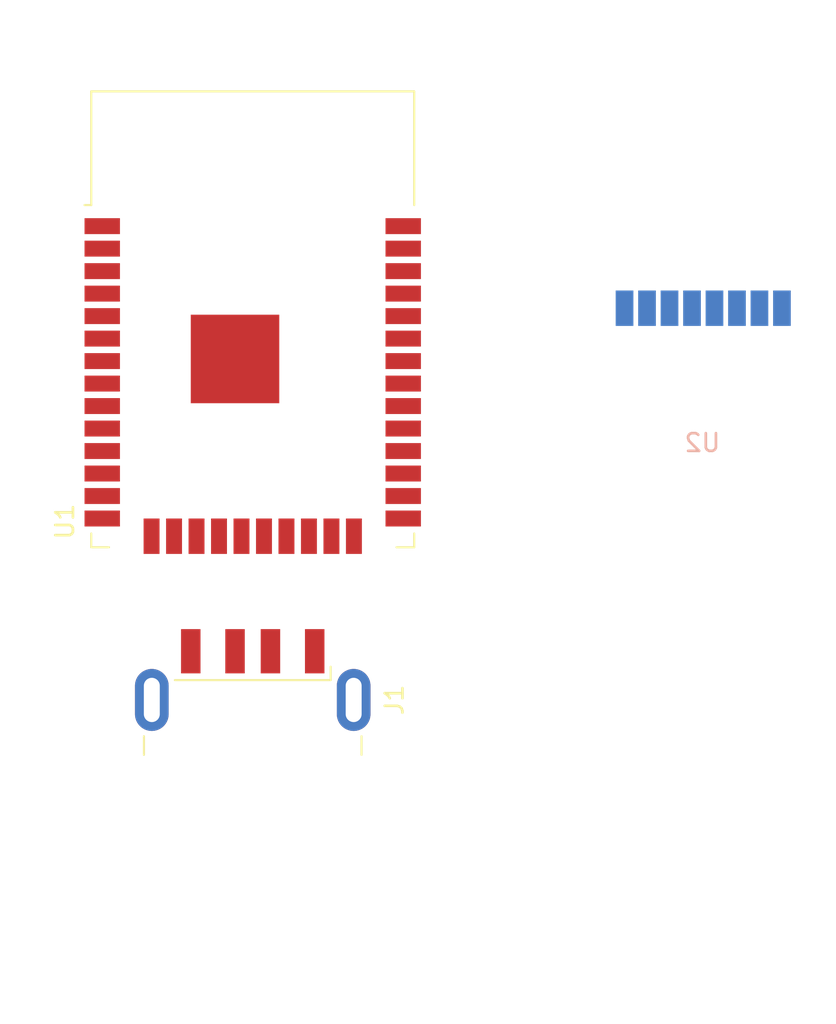
<source format=kicad_pcb>
(kicad_pcb (version 20211014) (generator pcbnew)
  (layers (0 "F.Cu" signal) (31 "B.Cu" signal) (34 "B.Paste" user) (35 "F.Paste" user) (36 "B.SilkS" user "B.Silkscreen") (37 "F.SilkS" user "F.Silkscreen") (38 "B.Mask" user) (39 "F.Mask" user) (44 "Edge.Cuts" user))
  (net 0 "")
  (net 36 "GND")
  (footprint "RF_Module:ESP32-WROOM-32" (layer "F.Cu") (at 132.08 83.82)
    (fp_text reference "U1" (at -10.61 8.43 90) (layer "F.SilkS"))
    (fp_text value "ESP32-WROOM-32")
    (fp_line (start 9.12 -15.865) (end 9.12 -9.445) (layer "F.SilkS") (width 0.12))
    (fp_line (start -9.12 -15.865) (end 9.12 -15.865) (layer "F.SilkS") (width 0.12))
    (fp_line (start -9.12 -9.445) (end -9.5 -9.445) (layer "F.SilkS") (width 0.12))
    (fp_line (start 9.12 9.1) (end 9.12 9.88) (layer "F.SilkS") (width 0.12))
    (fp_line (start 9.12 9.88) (end 8.12 9.88) (layer "F.SilkS") (width 0.12))
    (fp_line (start -9.12 9.88) (end -8.12 9.88) (layer "F.SilkS") (width 0.12))
    (fp_line (start -9.12 -15.865) (end -9.12 -9.445) (layer "F.SilkS") (width 0.12))
    (fp_line (start -9.12 9.1) (end -9.12 9.88) (layer "F.SilkS") (width 0.12))
    (pad "1" smd rect (at -8.5 -8.255) (size 2 0.9) (layers "F.Cu" "F.Paste" "F.Mask") (net 36 "GND"))
    (pad "2" smd rect (at -8.5 -6.985) (size 2 0.9) (layers "F.Cu" "F.Paste" "F.Mask"))
    (pad "3" smd rect (at -8.5 -5.715) (size 2 0.9) (layers "F.Cu" "F.Paste" "F.Mask"))
    (pad "4" smd rect (at -8.5 -4.445) (size 2 0.9) (layers "F.Cu" "F.Paste" "F.Mask"))
    (pad "5" smd rect (at -8.5 -3.175) (size 2 0.9) (layers "F.Cu" "F.Paste" "F.Mask"))
    (pad "6" smd rect (at -8.5 -1.905) (size 2 0.9) (layers "F.Cu" "F.Paste" "F.Mask"))
    (pad "7" smd rect (at -8.5 -0.635) (size 2 0.9) (layers "F.Cu" "F.Paste" "F.Mask"))
    (pad "8" smd rect (at -8.5 0.635) (size 2 0.9) (layers "F.Cu" "F.Paste" "F.Mask"))
    (pad "9" smd rect (at -8.5 1.905) (size 2 0.9) (layers "F.Cu" "F.Paste" "F.Mask"))
    (pad "10" smd rect (at -8.5 3.175) (size 2 0.9) (layers "F.Cu" "F.Paste" "F.Mask"))
    (pad "11" smd rect (at -8.5 4.445) (size 2 0.9) (layers "F.Cu" "F.Paste" "F.Mask"))
    (pad "12" smd rect (at -8.5 5.715) (size 2 0.9) (layers "F.Cu" "F.Paste" "F.Mask"))
    (pad "13" smd rect (at -8.5 6.985) (size 2 0.9) (layers "F.Cu" "F.Paste" "F.Mask"))
    (pad "14" smd rect (at -8.5 8.255) (size 2 0.9) (layers "F.Cu" "F.Paste" "F.Mask"))
    (pad "15" smd rect (at -5.715 9.255 90) (size 2 0.9) (layers "F.Cu" "F.Paste" "F.Mask") (net 36 "GND"))
    (pad "16" smd rect (at -4.445 9.255 90) (size 2 0.9) (layers "F.Cu" "F.Paste" "F.Mask"))
    (pad "17" smd rect (at -3.175 9.255 90) (size 2 0.9) (layers "F.Cu" "F.Paste" "F.Mask"))
    (pad "18" smd rect (at -1.905 9.255 90) (size 2 0.9) (layers "F.Cu" "F.Paste" "F.Mask"))
    (pad "19" smd rect (at -0.635 9.255 90) (size 2 0.9) (layers "F.Cu" "F.Paste" "F.Mask"))
    (pad "20" smd rect (at 0.635 9.255 90) (size 2 0.9) (layers "F.Cu" "F.Paste" "F.Mask"))
    (pad "21" smd rect (at 1.905 9.255 90) (size 2 0.9) (layers "F.Cu" "F.Paste" "F.Mask"))
    (pad "22" smd rect (at 3.175 9.255 90) (size 2 0.9) (layers "F.Cu" "F.Paste" "F.Mask"))
    (pad "23" smd rect (at 4.445 9.255 90) (size 2 0.9) (layers "F.Cu" "F.Paste" "F.Mask"))
    (pad "24" smd rect (at 5.715 9.255 90) (size 2 0.9) (layers "F.Cu" "F.Paste" "F.Mask"))
    (pad "25" smd rect (at 8.5 8.255) (size 2 0.9) (layers "F.Cu" "F.Paste" "F.Mask"))
    (pad "26" smd rect (at 8.5 6.985) (size 2 0.9) (layers "F.Cu" "F.Paste" "F.Mask"))
    (pad "27" smd rect (at 8.5 5.715) (size 2 0.9) (layers "F.Cu" "F.Paste" "F.Mask"))
    (pad "28" smd rect (at 8.5 4.445) (size 2 0.9) (layers "F.Cu" "F.Paste" "F.Mask"))
    (pad "29" smd rect (at 8.5 3.175) (size 2 0.9) (layers "F.Cu" "F.Paste" "F.Mask"))
    (pad "30" smd rect (at 8.5 1.905) (size 2 0.9) (layers "F.Cu" "F.Paste" "F.Mask"))
    (pad "31" smd rect (at 8.5 0.635) (size 2 0.9) (layers "F.Cu" "F.Paste" "F.Mask"))
    (pad "32" smd rect (at 8.5 -0.635) (size 2 0.9) (layers "F.Cu" "F.Paste" "F.Mask"))
    (pad "33" smd rect (at 8.5 -1.905) (size 2 0.9) (layers "F.Cu" "F.Paste" "F.Mask"))
    (pad "34" smd rect (at 8.5 -3.175) (size 2 0.9) (layers "F.Cu" "F.Paste" "F.Mask"))
    (pad "35" smd rect (at 8.5 -4.445) (size 2 0.9) (layers "F.Cu" "F.Paste" "F.Mask"))
    (pad "36" smd rect (at 8.5 -5.715) (size 2 0.9) (layers "F.Cu" "F.Paste" "F.Mask"))
    (pad "37" smd rect (at 8.5 -6.985) (size 2 0.9) (layers "F.Cu" "F.Paste" "F.Mask"))
    (pad "38" smd rect (at 8.5 -8.255) (size 2 0.9) (layers "F.Cu" "F.Paste" "F.Mask") (net 36 "GND"))
    (pad "39" smd rect (at -1 -0.755) (size 5 5) (layers "F.Cu" "F.Paste" "F.Mask") (net 36 "GND"))
  )
  (footprint "Connector_USB:USB_A_CNCTech_1001-011-01101_Horizontal" (layer "F.Cu") (at 132.08 109.22 -90)
    (fp_text reference "J1" (at -6.9 -8 90) (layer "F.SilkS"))
    (fp_text value "USB_A")
    (fp_line (start -4.85 -6.145) (end -3.8 -6.145) (layer "F.SilkS") (width 0.12))
    (fp_line (start -8.02 -4.4) (end -8.775 -4.4) (layer "F.SilkS") (width 0.12))
    (fp_line (start -4.85 6.145) (end -3.8 6.145) (layer "F.SilkS") (width 0.12))
    (fp_line (start -8.02 -4.4) (end -8.02 4.4) (layer "F.SilkS") (width 0.12))
    (pad "" np_thru_hole circle (at -6.9 -2.3 270) (size 1.1 1.1) (drill 1.1) (layers *.Cu *.Mask))
    (pad "" np_thru_hole circle (at -6.9 2.3 270) (size 1.1 1.1) (drill 1.1) (layers *.Cu *.Mask))
    (pad "1" smd rect (at -9.65 -3.5 270) (size 2.5 1.1) (layers "F.Cu" "F.Paste" "F.Mask"))
    (pad "2" smd rect (at -9.65 -1 270) (size 2.5 1.1) (layers "F.Cu" "F.Paste" "F.Mask"))
    (pad "3" smd rect (at -9.65 1 270) (size 2.5 1.1) (layers "F.Cu" "F.Paste" "F.Mask"))
    (pad "4" smd rect (at -9.65 3.5 270) (size 2.5 1.1) (layers "F.Cu" "F.Paste" "F.Mask") (net 36 "GND"))
    (pad "5" thru_hole oval (at -6.9 -5.7 270) (size 3.5 1.9) (drill oval 2.5 0.9) (layers *.Cu *.Mask))
    (pad "5" thru_hole oval (at -6.9 5.7 270) (size 3.5 1.9) (drill oval 2.5 0.9) (layers *.Cu *.Mask))
  )
  (footprint "mysensors_radios:NRF24L01-SMD" (layer "B.Cu") (at 157.48 88.9)
    (fp_text reference "U2" (at 0 -1.1) (layer "B.SilkS") (effects (justify mirror)))
    (fp_text value "NRF24L01_Breakout")
    (pad "1" smd rect locked (at -3.13 -8.7) (size 1 2) (layers "B.Cu" "B.Paste" "B.Mask"))
    (pad "2" smd rect locked (at -4.4 -8.7) (size 1 2) (layers "B.Cu" "B.Paste" "B.Mask"))
    (pad "3" smd rect locked (at -1.86 -8.7) (size 1 2) (layers "B.Cu" "B.Paste" "B.Mask"))
    (pad "4" smd rect locked (at -0.59 -8.7) (size 1 2) (layers "B.Cu" "B.Paste" "B.Mask"))
    (pad "5" smd rect locked (at 0.68 -8.7) (size 1 2) (layers "B.Cu" "B.Paste" "B.Mask"))
    (pad "6" smd rect locked (at 1.95 -8.7) (size 1 2) (layers "B.Cu" "B.Paste" "B.Mask"))
    (pad "7" smd rect locked (at 3.22 -8.7) (size 1 2) (layers "B.Cu" "B.Paste" "B.Mask"))
    (pad "8" smd rect locked (at 4.49 -8.7) (size 1 2) (layers "B.Cu" "B.Paste" "B.Mask"))
  )
)
</source>
